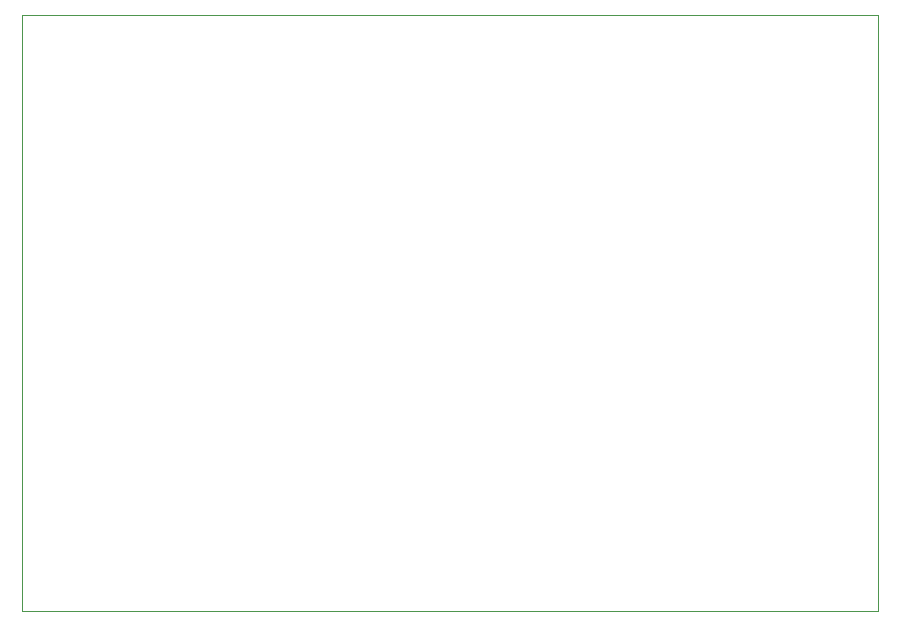
<source format=gbr>
%TF.GenerationSoftware,KiCad,Pcbnew,7.0.9-7.0.9~ubuntu20.04.1*%
%TF.CreationDate,2023-12-28T06:23:10+01:00*%
%TF.ProjectId,M50747_FP,4d353037-3437-45f4-9650-2e6b69636164,rev?*%
%TF.SameCoordinates,Original*%
%TF.FileFunction,Profile,NP*%
%FSLAX46Y46*%
G04 Gerber Fmt 4.6, Leading zero omitted, Abs format (unit mm)*
G04 Created by KiCad (PCBNEW 7.0.9-7.0.9~ubuntu20.04.1) date 2023-12-28 06:23:10*
%MOMM*%
%LPD*%
G01*
G04 APERTURE LIST*
%TA.AperFunction,Profile*%
%ADD10C,0.100000*%
%TD*%
G04 APERTURE END LIST*
D10*
X159500000Y-33500000D02*
X232000000Y-33500000D01*
X232000000Y-84000000D01*
X159500000Y-84000000D01*
X159500000Y-33500000D01*
M02*

</source>
